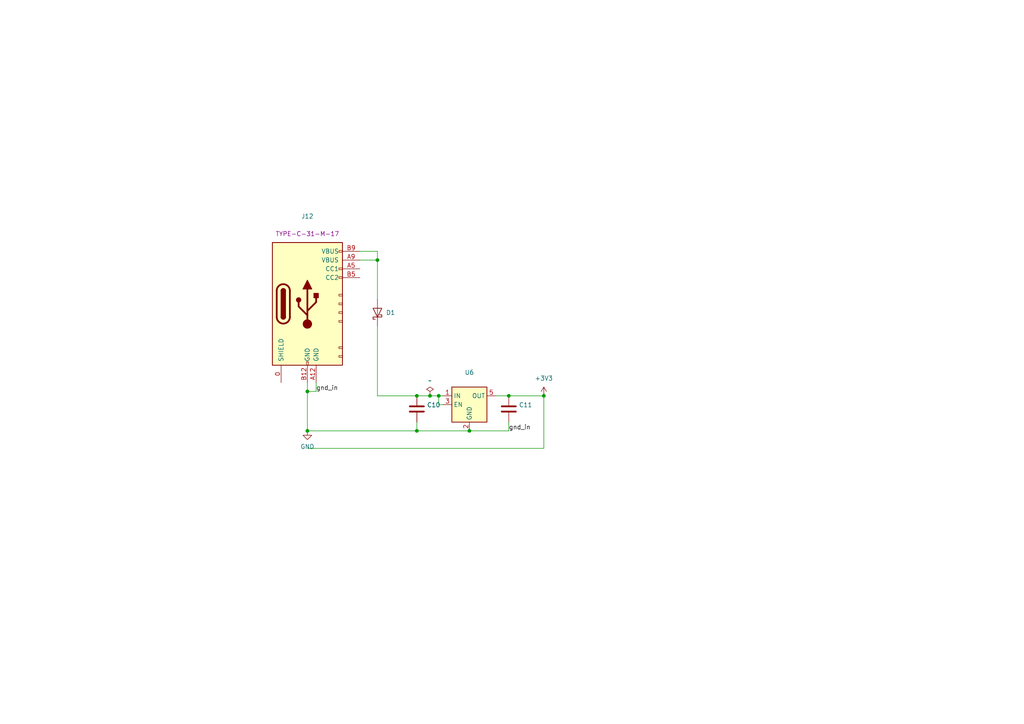
<source format=kicad_sch>
(kicad_sch (version 20211123) (generator eeschema)
  (paper "A4")
  (lib_symbols
    (symbol "0JLC-6:1uF" (pin_numbers hide) (pin_names (offset 0.254))
      (property "Reference" "C" (at 0.635 2.54 0))
      (property "Value" "1uF" (at 0.635 -2.54 0))
      (symbol "1uF_0_1"
        (polyline (pts (xy -2.032 -0.762) (xy 2.032 -0.762)) (stroke (width 0.508)))
        (polyline (pts (xy -2.032 0.762) (xy 2.032 0.762)) (stroke (width 0.508)))
      )
      (symbol "1uF_1_1"
        (pin passive line (at 0 3.81 270) (length 2.794) (name "~") (number "1"))
        (pin passive line (at 0 -3.81 90) (length 2.794) (name "~") (number "2"))
      )
    )
    (symbol "0JLC-6:LBAT54HT1G" (pin_numbers hide) (pin_names (offset 1.016) hide)
      (property "Reference" "D" (at 0 2.54 0))
      (property "Value" "LBAT54HT1G" (at 0 -2.54 0))
      (symbol "LBAT54HT1G_0_1"
        (polyline (pts (xy 1.27 0) (xy -1.27 0)))
        (polyline (pts (xy 1.27 1.27) (xy 1.27 -1.27) (xy -1.27 0) (xy 1.27 1.27)) (stroke (width 0.2032)))
        (polyline (pts (xy -1.905 0.635) (xy -1.905 1.27) (xy -1.27 1.27) (xy -1.27 -1.27) (xy -0.635 -1.27) (xy -0.635 -0.635)) (stroke (width 0.2032)))
      )
      (symbol "LBAT54HT1G_1_1"
        (pin passive line (at -3.81 0 0) (length 2.54) (name "K") (number "1"))
        (pin passive line (at 3.81 0 180) (length 2.54) (name "A") (number "2"))
      )
    )
    (symbol "0JLC-6:LP5907MFX-3.3"
      (property "Reference" "U" (at -3.81 6.35 0))
      (property "Value" "LP5907MFX-3.3" (at 6.35 6.35 0))
      (symbol "LP5907MFX-3.3_0_1"
        (rectangle (start -5.08 -5.08) (end 5.08 5.08) (stroke (width 0.254)) (fill (type background)))
        (pin power_in line (at -7.62 2.54 0) (length 2.54) (name "IN") (number "1"))
        (pin power_in line (at 0 -7.62 90) (length 2.54) (name "GND") (number "2"))
        (pin input line (at -7.62 0 0) (length 2.54) (name "EN") (number "3"))
        (pin no_connect line (at 5.08 0 180) (length 2.54) hide (name "NC") (number "4"))
        (pin power_out line (at 7.62 2.54 180) (length 2.54) (name "OUT") (number "5"))
      )
    )
    (symbol "0JLC-6:USB_C_KoreanHroparts_6P" (pin_names (offset 1.016))
      (property "Reference" "J" (at -10.16 19.05 0))
      (property "Value" "USB_C_KoreanHroparts_6P" (at 19.05 19.05 0))
      (property "MPN" "TYPE-C-31-M-17" (at 0 0 0))
      (symbol "USB_C_KoreanHroparts_6P_0_0"
        (rectangle (start -0.254 -17.78) (end 0.254 -16.764))
        (rectangle (start 10.16 -14.986) (end 9.144 -15.494))
        (rectangle (start 10.16 -12.446) (end 9.144 -12.954))
        (rectangle (start 10.16 -4.826) (end 9.144 -5.334))
        (rectangle (start 10.16 -2.286) (end 9.144 -2.794))
        (rectangle (start 10.16 0.254) (end 9.144 -0.254))
        (rectangle (start 10.16 2.794) (end 9.144 2.286))
        (rectangle (start 10.16 7.874) (end 9.144 7.366))
        (rectangle (start 10.16 10.414) (end 9.144 9.906))
        (rectangle (start 10.16 15.494) (end 9.144 14.986))
      )
      (symbol "USB_C_KoreanHroparts_6P_0_1"
        (rectangle (start -10.16 17.78) (end 10.16 -17.78) (stroke (width 0.254)) (fill (type background)))
        (arc (start -8.89 -3.81) (mid -6.985 -5.715) (end -5.08 -3.81) (stroke (width 0.508)))
        (arc (start -7.62 -3.81) (mid -6.985 -4.445) (end -6.35 -3.81) (stroke (width 0.254)))
        (arc (start -7.62 -3.81) (mid -6.985 -4.445) (end -6.35 -3.81) (stroke (width 0.254)) (fill (type outline)))
        (rectangle (start -7.62 -3.81) (end -6.35 3.81) (stroke (width 0.254)) (fill (type outline)))
        (arc (start -6.35 3.81) (mid -6.985 4.445) (end -7.62 3.81) (stroke (width 0.254)))
        (arc (start -6.35 3.81) (mid -6.985 4.445) (end -7.62 3.81) (stroke (width 0.254)) (fill (type outline)))
        (arc (start -5.08 3.81) (mid -6.985 5.715) (end -8.89 3.81) (stroke (width 0.508)))
        (circle (center -2.54 1.143) (radius 0.635) (stroke (width 0.254)) (fill (type outline)))
        (circle (center 0 -5.842) (radius 1.27) (fill (type outline)))
        (polyline (pts (xy -8.89 -3.81) (xy -8.89 3.81)) (stroke (width 0.508)))
        (polyline (pts (xy -5.08 3.81) (xy -5.08 -3.81)) (stroke (width 0.508)))
        (polyline (pts (xy 0 -5.842) (xy 0 4.318)) (stroke (width 0.508)))
        (polyline (pts (xy 0 -3.302) (xy -2.54 -0.762) (xy -2.54 0.508)) (stroke (width 0.508)))
        (polyline (pts (xy 0 -2.032) (xy 2.54 0.508) (xy 2.54 1.778)) (stroke (width 0.508)))
        (polyline (pts (xy -1.27 4.318) (xy 0 6.858) (xy 1.27 4.318) (xy -1.27 4.318)) (stroke (width 0.254)) (fill (type outline)))
        (rectangle (start 1.905 1.778) (end 3.175 3.048) (stroke (width 0.254)) (fill (type outline)))
      )
      (symbol "USB_C_KoreanHroparts_6P_1_1"
        (pin passive line (at -7.62 -22.86 90) (length 5.08) (name "SHIELD") (number "0"))
        (pin passive line (at 2.54 -22.86 90) (length 5.08) (name "GND") (number "A12"))
        (pin bidirectional line (at 15.24 10.16 180) (length 5.08) (name "CC1") (number "A5"))
        (pin power_out line (at 15.24 12.7 180) (length 5.08) (name "VBUS") (number "A9"))
        (pin passive line (at 0 -22.86 90) (length 5.08) (name "GND") (number "B12"))
        (pin bidirectional line (at 15.24 7.62 180) (length 5.08) (name "CC2") (number "B5"))
        (pin power_out line (at 15.24 15.24 180) (length 5.08) (name "VBUS") (number "B9"))
      )
    )
    (symbol "power:+3.3V" (power) (pin_names (offset 0))
      (property "Value" "+3.3V" (at 0 3.556 0))
      (symbol "+3.3V_0_1"
        (polyline (pts (xy -0.762 1.27) (xy 0 2.54)))
        (polyline (pts (xy 0 0) (xy 0 2.54)))
        (polyline (pts (xy 0 2.54) (xy 0.762 1.27)))
      )
      (symbol "+3.3V_1_1"
        (pin power_in line (at 0 0 90) (length 0) hide (name "+3V3") (number "1"))
      )
    )
    (symbol "power:GND" (power) (pin_names (offset 0))
      (property "Value" "GND" (at 0 -3.81 0))
      (symbol "GND_0_1"
        (polyline (pts (xy 0 0) (xy 0 -1.27) (xy 1.27 -1.27) (xy 0 -2.54) (xy -1.27 -1.27) (xy 0 -1.27)))
      )
      (symbol "GND_1_1"
        (pin power_in line (at 0 0 270) (length 0) hide (name "GND") (number "1"))
      )
    )
    (symbol "power:PWR_FLAG" (power) (pin_numbers hide) (pin_names (offset 0) hide)
      (property "Value" "PWR_FLAG" (at 0 3.81 0))
      (symbol "PWR_FLAG_0_0"
        (pin power_out line (at 0 0 90) (length 0) (name "pwr") (number "1"))
      )
      (symbol "PWR_FLAG_0_1"
        (polyline (pts (xy 0 0) (xy 0 1.27) (xy -1.016 1.905) (xy 0 2.54) (xy 1.016 1.905) (xy 0 1.27)))
      )
    )
  )
  (junction (at 109.474 75.438))
  (junction (at 157.734 114.808))
  (junction (at 89.154 124.968))
  (junction (at 120.904 114.808))
  (junction (at 89.154 113.538))
  (junction (at 120.904 124.968))
  (junction (at 124.714 114.808))
  (junction (at 127.254 114.808))
  (junction (at 136.144 124.968))
  (junction (at 147.574 114.808))
  (wire (pts (xy 120.904 122.428) (xy 120.904 124.968)))
  (wire (pts (xy 128.524 117.348) (xy 127.254 117.348)))
  (wire (pts (xy 109.474 75.438) (xy 104.394 75.438)))
  (wire (pts (xy 147.574 122.428) (xy 147.574 124.968)))
  (wire (pts (xy 143.764 114.808) (xy 147.574 114.808)))
  (wire (pts (xy 104.394 72.898) (xy 109.474 72.898)))
  (wire (pts (xy 124.714 114.808) (xy 127.254 114.808)))
  (wire (pts (xy 127.254 114.808) (xy 128.524 114.808)))
  (wire (pts (xy 109.474 114.808) (xy 120.904 114.808)))
  (wire (pts (xy 89.154 130.048) (xy 157.734 130.048)))
  (wire (pts (xy 109.474 72.898) (xy 109.474 75.438)))
  (wire (pts (xy 89.154 124.968) (xy 89.154 113.538)))
  (wire (pts (xy 89.154 124.968) (xy 120.904 124.968)))
  (wire (pts (xy 127.254 117.348) (xy 127.254 114.808)))
  (wire (pts (xy 109.474 75.438) (xy 109.474 86.868)))
  (wire (pts (xy 157.734 114.808) (xy 157.734 130.048)))
  (wire (pts (xy 120.904 114.808) (xy 124.714 114.808)))
  (wire (pts (xy 157.734 114.808) (xy 147.574 114.808)))
  (wire (pts (xy 120.904 124.968) (xy 136.144 124.968)))
  (wire (pts (xy 91.694 110.998) (xy 91.694 113.538)))
  (wire (pts (xy 147.574 124.968) (xy 136.144 124.968)))
  (wire (pts (xy 109.474 94.488) (xy 109.474 114.808)))
  (wire (pts (xy 89.154 113.538) (xy 91.694 113.538)))
  (wire (pts (xy 89.154 110.998) (xy 89.154 113.538)))
  (label "gnd_in" (at 91.694 113.538 0))
  (label "gnd_in" (at 147.574 124.968 0))
  (symbol (lib_id "power:+3.3V") (at 157.734 114.808 0) (unit 1)
    (property "Reference" "#PWR024" (effects hide))
  )
  (symbol (lib_id "power:PWR_FLAG") (at 124.714 114.808 0) (unit 1)
    (property "Reference" "#FLG01" (effects hide))
  )
  (symbol (lib_id "0JLC-6:1uF") (at 147.574 118.618 0) (unit 1)
    (property "Reference" "C11" (at 150.495 117.4496 0) (effects (justify left)))
    (property "LCSC" "C15849" (effects hide))
    (property "MPN" "CL10A105KB8NNNC" (effects hide))
  )
  (symbol (lib_id "0JLC-6:USB_C_KoreanHroparts_6P") (at 89.154 88.138 0) (unit 1)
    (property "Reference" "J12" (at 89.154 62.738 0))
    (property "LCSC" "C283540" (effects hide))
    (property "MPN" "TYPE-C-31-M-17" (at 89.154 67.818 0))
  )
  (symbol (lib_id "0JLC-6:LBAT54HT1G") (at 109.474 90.678 90) (unit 1)
    (property "Reference" "D1" (at 113.284 90.678 90))
    (property "LCSC" "C12744" (effects hide))
    (property "Field5" "LBAT54HT1G" (effects hide))
  )
  (symbol (lib_id "0JLC-6:LP5907MFX-3.3") (at 136.144 117.348 0) (unit 1)
    (property "Reference" "U6" (at 136.144 108.0262 0))
    (property "Datasheet" "http://www.ti.com/lit/ds/symlink/lp5907.pdf" (effects hide))
    (property "LCSC" "C80670" (effects hide))
    (property "MPN" "LP5907MFX-3.3/NOPB" (effects hide))
  )
  (symbol (lib_id "power:GND") (at 89.154 124.968 0) (unit 1)
    (property "Reference" "#PWR0101" (effects hide))
  )
  (symbol (lib_id "0JLC-6:1uF") (at 120.904 118.618 0) (unit 1)
    (property "Reference" "C10" (at 123.825 117.4496 0) (effects (justify left)))
    (property "LCSC" "C15849" (effects hide))
    (property "MPN" "CL10A105KB8NNNC" (effects hide))
  )
)
</source>
